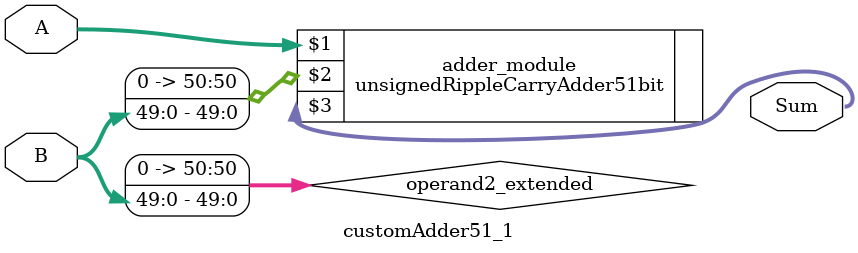
<source format=v>
module customAdder51_1(
                        input [50 : 0] A,
                        input [49 : 0] B,
                        
                        output [51 : 0] Sum
                );

        wire [50 : 0] operand2_extended;
        
        assign operand2_extended =  {1'b0, B};
        
        unsignedRippleCarryAdder51bit adder_module(
            A,
            operand2_extended,
            Sum
        );
        
        endmodule
        
</source>
